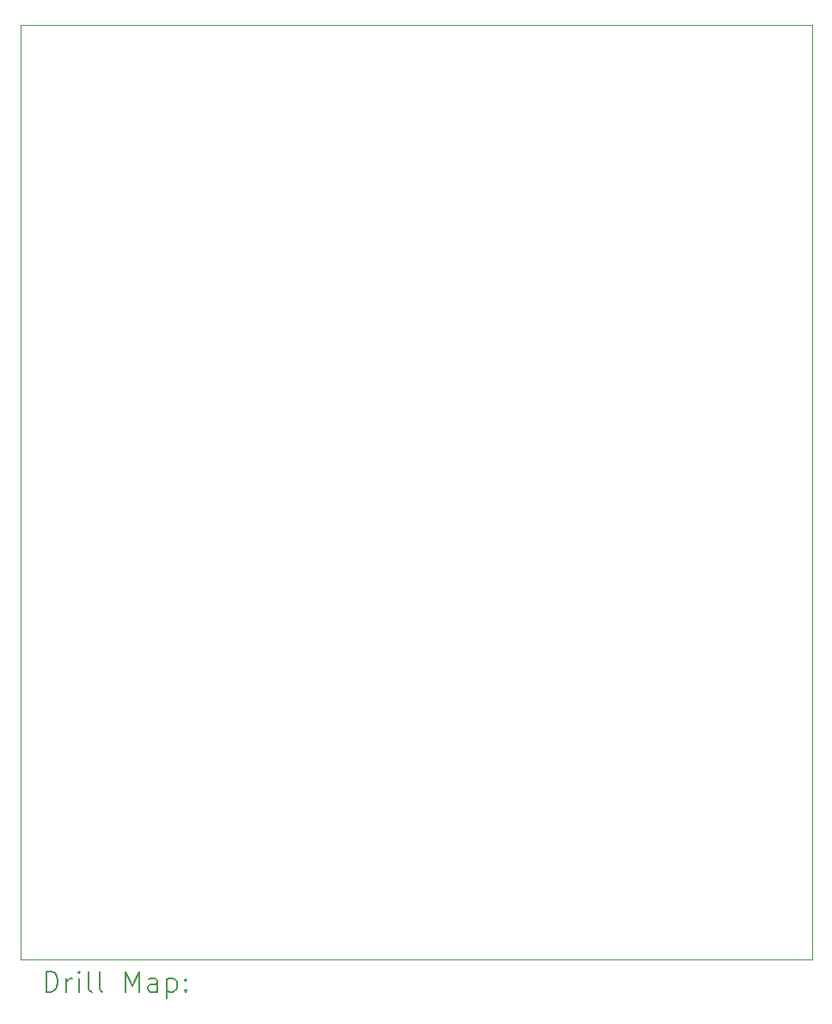
<source format=gbr>
%TF.GenerationSoftware,KiCad,Pcbnew,7.0.8*%
%TF.CreationDate,2023-12-01T18:56:14+08:00*%
%TF.ProjectId,ESPCARproject,45535043-4152-4707-926f-6a6563742e6b,rev?*%
%TF.SameCoordinates,Original*%
%TF.FileFunction,Drillmap*%
%TF.FilePolarity,Positive*%
%FSLAX45Y45*%
G04 Gerber Fmt 4.5, Leading zero omitted, Abs format (unit mm)*
G04 Created by KiCad (PCBNEW 7.0.8) date 2023-12-01 18:56:14*
%MOMM*%
%LPD*%
G01*
G04 APERTURE LIST*
%ADD10C,0.100000*%
%ADD11C,0.200000*%
G04 APERTURE END LIST*
D10*
X10852000Y-4837750D02*
X18649000Y-4837750D01*
X18649000Y-14034750D01*
X10852000Y-14034750D01*
X10852000Y-4837750D01*
D11*
X11107777Y-14351234D02*
X11107777Y-14151234D01*
X11107777Y-14151234D02*
X11155396Y-14151234D01*
X11155396Y-14151234D02*
X11183967Y-14160758D01*
X11183967Y-14160758D02*
X11203015Y-14179805D01*
X11203015Y-14179805D02*
X11212539Y-14198853D01*
X11212539Y-14198853D02*
X11222062Y-14236948D01*
X11222062Y-14236948D02*
X11222062Y-14265519D01*
X11222062Y-14265519D02*
X11212539Y-14303615D01*
X11212539Y-14303615D02*
X11203015Y-14322662D01*
X11203015Y-14322662D02*
X11183967Y-14341710D01*
X11183967Y-14341710D02*
X11155396Y-14351234D01*
X11155396Y-14351234D02*
X11107777Y-14351234D01*
X11307777Y-14351234D02*
X11307777Y-14217900D01*
X11307777Y-14255996D02*
X11317301Y-14236948D01*
X11317301Y-14236948D02*
X11326824Y-14227424D01*
X11326824Y-14227424D02*
X11345872Y-14217900D01*
X11345872Y-14217900D02*
X11364920Y-14217900D01*
X11431586Y-14351234D02*
X11431586Y-14217900D01*
X11431586Y-14151234D02*
X11422062Y-14160758D01*
X11422062Y-14160758D02*
X11431586Y-14170281D01*
X11431586Y-14170281D02*
X11441110Y-14160758D01*
X11441110Y-14160758D02*
X11431586Y-14151234D01*
X11431586Y-14151234D02*
X11431586Y-14170281D01*
X11555396Y-14351234D02*
X11536348Y-14341710D01*
X11536348Y-14341710D02*
X11526824Y-14322662D01*
X11526824Y-14322662D02*
X11526824Y-14151234D01*
X11660158Y-14351234D02*
X11641110Y-14341710D01*
X11641110Y-14341710D02*
X11631586Y-14322662D01*
X11631586Y-14322662D02*
X11631586Y-14151234D01*
X11888729Y-14351234D02*
X11888729Y-14151234D01*
X11888729Y-14151234D02*
X11955396Y-14294091D01*
X11955396Y-14294091D02*
X12022062Y-14151234D01*
X12022062Y-14151234D02*
X12022062Y-14351234D01*
X12203015Y-14351234D02*
X12203015Y-14246472D01*
X12203015Y-14246472D02*
X12193491Y-14227424D01*
X12193491Y-14227424D02*
X12174443Y-14217900D01*
X12174443Y-14217900D02*
X12136348Y-14217900D01*
X12136348Y-14217900D02*
X12117301Y-14227424D01*
X12203015Y-14341710D02*
X12183967Y-14351234D01*
X12183967Y-14351234D02*
X12136348Y-14351234D01*
X12136348Y-14351234D02*
X12117301Y-14341710D01*
X12117301Y-14341710D02*
X12107777Y-14322662D01*
X12107777Y-14322662D02*
X12107777Y-14303615D01*
X12107777Y-14303615D02*
X12117301Y-14284567D01*
X12117301Y-14284567D02*
X12136348Y-14275043D01*
X12136348Y-14275043D02*
X12183967Y-14275043D01*
X12183967Y-14275043D02*
X12203015Y-14265519D01*
X12298253Y-14217900D02*
X12298253Y-14417900D01*
X12298253Y-14227424D02*
X12317301Y-14217900D01*
X12317301Y-14217900D02*
X12355396Y-14217900D01*
X12355396Y-14217900D02*
X12374443Y-14227424D01*
X12374443Y-14227424D02*
X12383967Y-14236948D01*
X12383967Y-14236948D02*
X12393491Y-14255996D01*
X12393491Y-14255996D02*
X12393491Y-14313138D01*
X12393491Y-14313138D02*
X12383967Y-14332186D01*
X12383967Y-14332186D02*
X12374443Y-14341710D01*
X12374443Y-14341710D02*
X12355396Y-14351234D01*
X12355396Y-14351234D02*
X12317301Y-14351234D01*
X12317301Y-14351234D02*
X12298253Y-14341710D01*
X12479205Y-14332186D02*
X12488729Y-14341710D01*
X12488729Y-14341710D02*
X12479205Y-14351234D01*
X12479205Y-14351234D02*
X12469682Y-14341710D01*
X12469682Y-14341710D02*
X12479205Y-14332186D01*
X12479205Y-14332186D02*
X12479205Y-14351234D01*
X12479205Y-14227424D02*
X12488729Y-14236948D01*
X12488729Y-14236948D02*
X12479205Y-14246472D01*
X12479205Y-14246472D02*
X12469682Y-14236948D01*
X12469682Y-14236948D02*
X12479205Y-14227424D01*
X12479205Y-14227424D02*
X12479205Y-14246472D01*
M02*

</source>
